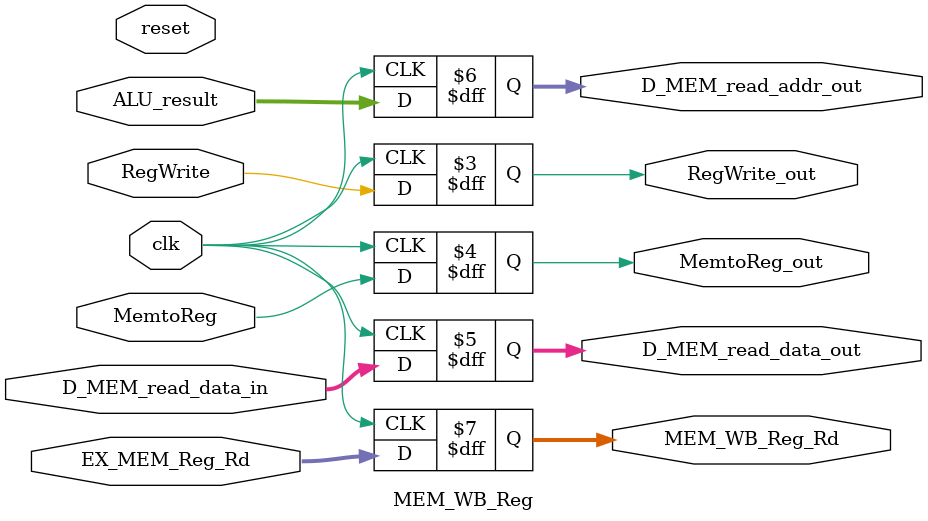
<source format=v>
`ifndef MODULE_STATE_REG
`define MODULE_STATE_REG
`timescale 1ns / 1ps

module IF_ID_Reg(
        // Data input 
        input   [31:0]    PC_plus4_in,instruction_in, 
        // Control signal input
        input             IF_ID_Write, IF_Flush, clk, reset,
        // output
        output  [31:0]    PC_plus4_out,instruction_out
);
        reg [31:0] PC_plus4_out, instruction_out;

		initial begin
			PC_plus4_out <= 32'b0;
			instruction_out <= 32'b0;
		end
        always @(posedge clk or posedge reset)
        begin if (reset == 1'b1|| IF_Flush == 1'b1) begin
				PC_plus4_out <= 32'b0;
				instruction_out <= 32'b0;			  	
			end	else if(IF_ID_Write == 1'b1) begin
				PC_plus4_out <= PC_plus4_in;
				instruction_out <= instruction_in;
			end
        end
endmodule

// Since branch and jump are taken within ID stage, no need to keep Branch jump as well as the address to this register.
module ID_EX_Reg(
        // *****INPUT********
        input           clk,reset,
        // hazard control signal
        input           flush,
        // Control signal
        input           RegDst,
                        MemtoReg,
                        // Branch,
                        MemRead,
                        MemWrite,
                        ALUSrc,
                        RegWrite,
        input   [1:0]   ALUop,
        // input   [31:0]  PC_plus4_in,
        // Read data
        input   [31:0]  reg_read_data_1,reg_read_data_2,extended_imm,
        // Register ID
        input   [4:0]   IF_ID_Register_Rs,IF_ID_Register_Rt, IF_ID_Register_Rd,
        //  ******OUTPUT******
        output  reg     out_RegDst,
                        out_MemRead,
                        out_MemtoReg,
                        out_MemWrite,
                        out_ALUSrc,
                        out_RegWrite,
        output reg [31:0]  reg_read_data_1_out,reg_read_data_2_out, extended_imm_out, 
		// PC_plus4_out, jump_address_out,
        output reg [4:0]   IF_ID_Register_Rs_out,IF_ID_Register_Rd_out,IF_ID_Register_Rt_out,
		output reg [1:0]   ALUop_out
        
);
	// For ID_Flush == 1, which means that lw occurs anc cannnot be solved with forwarding, set WB, MEM, EX control signal to 0.
	initial begin
		out_RegDst 		= 1'b0;
		// out_Jump 		= 1'b0;
		// out_Branch 		= 1'b0;
		out_MemRead 	= 1'b0;
		out_MemtoReg 	= 1'b0;
		out_MemWrite 	= 1'b0;
		out_ALUSrc 		= 1'b0;
		out_RegWrite 	= 1'b0;
		ALUop_out		= 2'b0;
		reg_read_data_1_out = 32'b0;
		reg_read_data_2_out = 32'b0;
		// extended_imm_out	= 32'b0;
		IF_ID_Register_Rd_out = 5'b0;
		IF_ID_Register_Rs_out = 5'b0;
		IF_ID_Register_Rt_out = 5'b0;
		// funct_out			  = 6'b0;
	end

	always @(posedge clk or posedge reset)
	begin
	  	if (reset == 1'b1) begin
			out_RegDst 		= 1'b0;
			// out_Jump 		= 1'b0;
			// out_Branch 		= 1'b0;
			out_MemRead 	= 1'b0;
			out_MemtoReg 	= 1'b0;
			out_MemWrite 	= 1'b0;
			out_ALUSrc 		= 1'b0;
			out_RegWrite 	= 1'b0;
			ALUop_out		= 2'b0;
			reg_read_data_1_out = 32'b0;
			reg_read_data_2_out = 32'b0;
			extended_imm_out	= 32'b0;
			IF_ID_Register_Rd_out = 5'b0;
			IF_ID_Register_Rs_out = 5'b0;
			IF_ID_Register_Rt_out = 5'b0;
		  end else if(flush) begin
			out_RegWrite = 1'b0;
			out_MemtoReg = 1'b0;
			// out_Branch	 = 1'b0;
			out_MemRead	 = 1'b0;
			out_MemWrite = 1'b0;
			// out_Jump	 = 1'b0;
			out_ALUSrc	 = 1'b0;
			out_RegDst   = 1'b0;
			ALUop_out	 = 2'b0;
		  end else begin
			out_RegWrite <= RegWrite;
			out_MemtoReg <= MemtoReg;
			// out_Branch = Branch;
			out_MemRead <= MemRead;
			out_MemWrite <= MemWrite;
			// out_Jump = Jump;
			out_RegDst <= RegDst;
			out_ALUSrc <= ALUSrc;
			ALUop_out <= ALUop;
			// jump_addr_out = jump_address;
			// PC_plus4_out = PC_plus4_in;
			reg_read_data_1_out <= reg_read_data_1;
			reg_read_data_2_out <= reg_read_data_2;
			extended_imm_out <= extended_imm;
			IF_ID_Register_Rs_out <= IF_ID_Register_Rs;
			IF_ID_Register_Rt_out <= IF_ID_Register_Rt;
			IF_ID_Register_Rd_out <= IF_ID_Register_Rd;
			// funct_out = funct;
		  end
	end
endmodule


module EX_MEM_Reg(
	input 		clk,reset,
	// Hazard signal,
	// Flush in ID/EX will keep the control signal here zero and do not need flush signal any more. For this stage, just store information every posedge.
	// Control Signal
				RegWrite,
				MemtoReg,
				// Branch,
				MemRead,
				MemWrite,
				// Jump,
	output	reg	RegWrite_out,
				MemtoReg_out,
				// Branch_out,
				MemRead_out,
				MemWrite_out,
				// Jump_out,
	// Data
	input 		[31:0] 	ALU_result,reg_read_data_2,
	output	reg [31:0]	ALU_result_out, reg_read_data_2_out,
	input		[4:0]	ID_EX_Regsiter_Rd,
	output 	reg [4:0]	EX_MEM_Regsiter_Rd_out
	// No need for ALU zero
	// input 				ALU_zero,
	// output	reg			ALU_zero_out
);
	initial begin
		ALU_result_out = 32'b0;
		reg_read_data_2_out = 32'b0;
		EX_MEM_Regsiter_Rd_out = 5'b0;
		// ALU_zero_out  = 1'b0;
		RegWrite_out = 1'b0;
		MemtoReg_out = 1'b0;
		MemRead_out = 1'b0;
		MemWrite_out = 1'b0;
	end

	always @(posedge clk or posedge reset)
	begin
	  	if(reset == 1'b1)
			begin
				ALU_result_out = 32'b0;
				reg_read_data_2_out = 32'b0;
				EX_MEM_Regsiter_Rd_out = 5'b0;
				// branch_addr_out	= 32'b0;
				// jump_addr_out = 32'b0;
				// ALU_zero_out  = 1'b0;
				RegWrite_out = 1'b0;
				MemtoReg_out = 1'b0;
				// Branch_out = 1'b0;
				MemRead_out = 1'b0;
				MemWrite_out = 1'b0;
				// Jump_out = 1'b0;
			end 
		else begin
				MemRead_out = MemRead;
				RegWrite_out = RegWrite;
				MemWrite_out = MemWrite;
				MemtoReg_out = MemtoReg;
				ALU_result_out = ALU_result;
				reg_read_data_2_out = reg_read_data_2;
				EX_MEM_Regsiter_Rd_out = ID_EX_Regsiter_Rd;
		end
	// 		else if(EX_flush == 1'b1)
	// // Set control signal of WB and MEM to 0
	// 		begin
	// 			RegWrite_out = 1'b0;
	// 			MemtoReg_out = 1'b0;
	// 			Branch_out = 1'b0;
	// 			MemRead_out = 1'b0;
	// 			MemWrite_out = 1'b0;
	// 			Jump_out = 1'b0;
	// 		end else begin
	// 			RegWrite_out = RegWrite;
	// 			MemtoReg_out = MemtoReg;
	// 			Branch_out   = Branch;
	// 			MemRead_out  = MemRead; 
	// 			MemWrite_out = MemWrite;
	// 			Jump_out	 = jump;
	// 			jump_addr_out = jump_addr_in;
	// 			branch_addr_out = branch_addr_in;
	// 			ALU_result_out 	= ALU_result;
	// 			reg_read_data_2_out = reg_read_data_2;
	// 			EX_MEM_Regsiter_Rd_out = ID_EX_Regsiter_Rd;
	// 		end
		end
endmodule

module MEM_WB_Reg(
	// ******INPUT*******
	input 			RegWrite,MemtoReg,
	input 	[31:0]	D_MEM_read_data_in,ALU_result,
	input  	[4:0]	EX_MEM_Reg_Rd,
	input			clk,reset,
	// ******OUTPUT*******
	output reg		RegWrite_out,MemtoReg_out,
	output reg [31:0] D_MEM_read_data_out,D_MEM_read_addr_out,
	output reg [4:0]  MEM_WB_Reg_Rd
);
	initial begin
		RegWrite_out = 1'b0;
		MemtoReg_out = 1'b0;
		MEM_WB_Reg_Rd = 5'b0;
		D_MEM_read_addr_out = 32'b0;
		D_MEM_read_data_out = 32'b0;
	end
	always @(posedge clk)
	begin
			RegWrite_out <= RegWrite;
			MemtoReg_out <= MemtoReg;
			MEM_WB_Reg_Rd <= EX_MEM_Reg_Rd;
			D_MEM_read_addr_out <= ALU_result;
			D_MEM_read_data_out <= D_MEM_read_data_in;				
	end
endmodule

`endif
</source>
